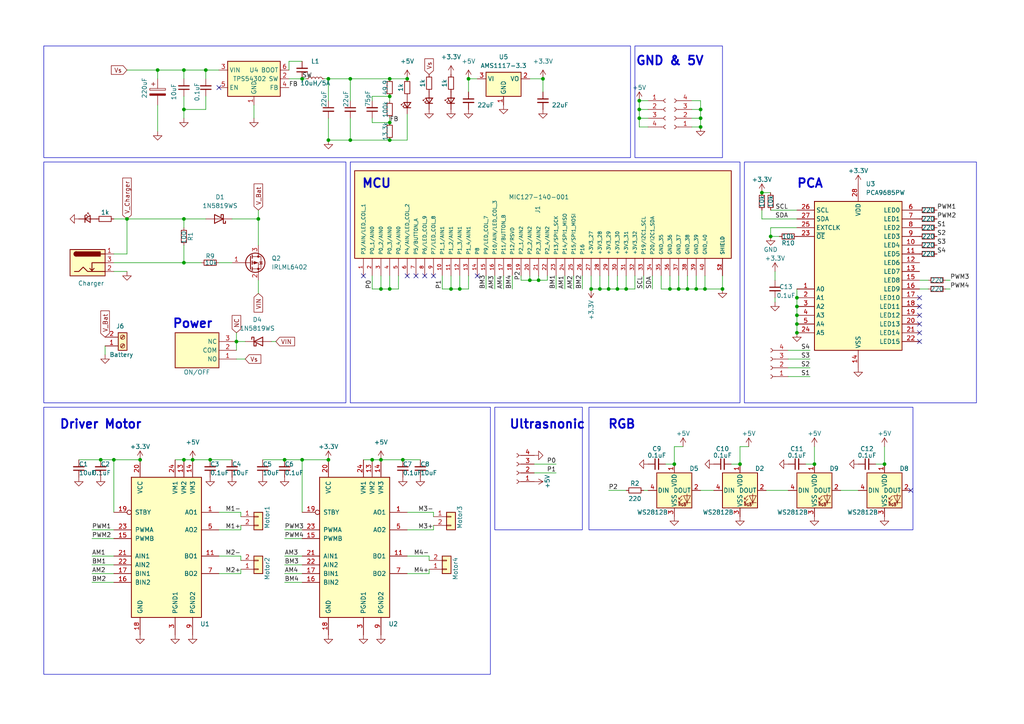
<source format=kicad_sch>
(kicad_sch (version 20231120) (generator "eeschema") (generator_version "8.0")
  (paper "A4")
  (junction (at 203.2 34.29))
  (junction (at 201.93 83.82))
  (junction (at 181.61 83.82))
  (junction (at 214.63 134.62))
  (junction (at 196.85 83.82))
  (junction (at 231.14 91.44))
  (junction (at 176.53 83.82))
  (junction (at 185.42 29.21))
  (junction (at 107.95 133.35))
  (junction (at 185.42 34.29))
  (junction (at 53.34 76.2))
  (junction (at 40.64 133.35))
  (junction (at 101.6 22.86))
  (junction (at 29.21 133.35))
  (junction (at 173.99 83.82))
  (junction (at 95.25 133.35))
  (junction (at 185.42 31.75))
  (junction (at 45.72 20.32))
  (junction (at 231.14 93.98))
  (junction (at 60.96 133.35))
  (junction (at 68.58 99.06))
  (junction (at 231.14 86.36))
  (junction (at 157.48 22.86))
  (junction (at 53.34 31.75))
  (junction (at 204.47 83.82))
  (junction (at 256.54 134.62))
  (junction (at 55.88 133.35))
  (junction (at 87.63 133.35))
  (junction (at 82.55 133.35))
  (junction (at 53.34 63.5))
  (junction (at 33.02 133.35))
  (junction (at 231.14 88.9))
  (junction (at 133.35 83.82))
  (junction (at 59.69 20.32))
  (junction (at 113.03 83.82))
  (junction (at 194.31 83.82))
  (junction (at 113.03 40.64))
  (junction (at 179.07 83.82))
  (junction (at 95.25 40.64))
  (junction (at 110.49 133.35))
  (junction (at 95.25 22.86))
  (junction (at 118.11 22.86))
  (junction (at 220.98 55.88))
  (junction (at 199.39 83.82))
  (junction (at 156.21 81.28))
  (junction (at 110.49 83.82))
  (junction (at 101.6 40.64))
  (junction (at 153.67 81.28))
  (junction (at 203.2 31.75))
  (junction (at 36.83 63.5))
  (junction (at 113.03 22.86))
  (junction (at 74.93 63.5))
  (junction (at 171.45 83.82))
  (junction (at 130.81 83.82))
  (junction (at 53.34 133.35))
  (junction (at 113.03 27.94))
  (junction (at 203.2 36.83))
  (junction (at 236.22 134.62))
  (junction (at 209.55 83.82))
  (junction (at 223.52 68.58))
  (junction (at 135.89 22.86))
  (junction (at 116.84 133.35))
  (junction (at 231.14 96.52))
  (junction (at 53.34 20.32))
  (junction (at 113.03 35.56))
  (junction (at 87.63 22.86))
  (junction (at 195.58 134.62))
  (no_connect (at 264.16 142.24))
  (no_connect (at 118.11 80.01))
  (no_connect (at 120.65 80.01))
  (no_connect (at 63.5 25.4))
  (no_connect (at 266.7 96.52))
  (no_connect (at 105.41 80.01))
  (no_connect (at 266.7 93.98))
  (no_connect (at 125.73 80.01))
  (no_connect (at 266.7 88.9))
  (no_connect (at 266.7 86.36))
  (no_connect (at 138.43 80.01))
  (no_connect (at 266.7 99.06))
  (no_connect (at 123.19 80.01))
  (no_connect (at 266.7 91.44))
  (wire (pts (xy 87.63 133.35) (xy 95.25 133.35)))
  (wire (pts (xy 161.29 80.01) (xy 161.29 83.82)))
  (wire (pts (xy 87.63 133.35) (xy 87.63 148.59)))
  (wire (pts (xy 33.02 76.2) (xy 53.34 76.2)))
  (wire (pts (xy 107.95 35.56) (xy 113.03 35.56)))
  (wire (pts (xy 53.34 133.35) (xy 55.88 133.35)))
  (wire (pts (xy 184.15 80.01) (xy 184.15 83.82)))
  (wire (pts (xy 220.98 55.88) (xy 223.52 55.88)))
  (wire (pts (xy 187.96 29.21) (xy 185.42 29.21)))
  (wire (pts (xy 26.67 166.37) (xy 33.02 166.37)))
  (wire (pts (xy 228.6 142.24) (xy 222.25 142.24)))
  (wire (pts (xy 68.58 104.14) (xy 71.12 104.14)))
  (wire (pts (xy 133.35 83.82) (xy 133.35 80.01)))
  (wire (pts (xy 223.52 68.58) (xy 226.06 68.58)))
  (wire (pts (xy 204.47 83.82) (xy 204.47 80.01)))
  (wire (pts (xy 26.67 168.91) (xy 33.02 168.91)))
  (wire (pts (xy 275.59 81.28) (xy 274.32 81.28)))
  (wire (pts (xy 133.35 83.82) (xy 130.81 83.82)))
  (wire (pts (xy 113.03 34.29) (xy 113.03 35.56)))
  (wire (pts (xy 83.82 17.78) (xy 87.63 17.78)))
  (wire (pts (xy 118.11 33.02) (xy 118.11 40.64)))
  (wire (pts (xy 200.66 36.83) (xy 203.2 36.83)))
  (wire (pts (xy 36.83 73.66) (xy 33.02 73.66)))
  (wire (pts (xy 171.45 80.01) (xy 171.45 83.82)))
  (wire (pts (xy 163.83 80.01) (xy 163.83 83.82)))
  (wire (pts (xy 115.57 83.82) (xy 113.03 83.82)))
  (wire (pts (xy 59.69 20.32) (xy 63.5 20.32)))
  (wire (pts (xy 113.03 83.82) (xy 110.49 83.82)))
  (wire (pts (xy 199.39 83.82) (xy 199.39 80.01)))
  (wire (pts (xy 185.42 34.29) (xy 187.96 34.29)))
  (wire (pts (xy 107.95 29.21) (xy 107.95 27.94)))
  (wire (pts (xy 212.09 134.62) (xy 214.63 134.62)))
  (wire (pts (xy 254 134.62) (xy 256.54 134.62)))
  (wire (pts (xy 95.25 22.86) (xy 101.6 22.86)))
  (wire (pts (xy 113.03 22.86) (xy 118.11 22.86)))
  (wire (pts (xy 53.34 63.5) (xy 59.69 63.5)))
  (wire (pts (xy 185.42 29.21) (xy 185.42 31.75)))
  (wire (pts (xy 275.59 83.82) (xy 274.32 83.82)))
  (wire (pts (xy 59.69 27.94) (xy 59.69 31.75)))
  (wire (pts (xy 74.93 81.28) (xy 74.93 85.09)))
  (wire (pts (xy 101.6 22.86) (xy 113.03 22.86)))
  (wire (pts (xy 107.95 35.56) (xy 107.95 34.29)))
  (wire (pts (xy 223.52 68.58) (xy 223.52 66.04)))
  (wire (pts (xy 82.55 163.83) (xy 87.63 163.83)))
  (wire (pts (xy 69.85 149.86) (xy 69.85 148.59)))
  (wire (pts (xy 161.29 137.16) (xy 154.94 137.16)))
  (wire (pts (xy 196.85 83.82) (xy 196.85 80.01)))
  (wire (pts (xy 55.88 133.35) (xy 60.96 133.35)))
  (wire (pts (xy 166.37 80.01) (xy 166.37 83.82)))
  (wire (pts (xy 191.77 83.82) (xy 194.31 83.82)))
  (wire (pts (xy 200.66 29.21) (xy 203.2 29.21)))
  (wire (pts (xy 110.49 133.35) (xy 116.84 133.35)))
  (wire (pts (xy 125.73 152.4) (xy 125.73 153.67)))
  (wire (pts (xy 95.25 22.86) (xy 93.98 22.86)))
  (wire (pts (xy 185.42 36.83) (xy 187.96 36.83)))
  (wire (pts (xy 26.67 156.21) (xy 33.02 156.21)))
  (wire (pts (xy 73.66 34.29) (xy 73.66 30.48)))
  (wire (pts (xy 158.75 80.01) (xy 158.75 81.28)))
  (wire (pts (xy 101.6 29.21) (xy 101.6 22.86)))
  (wire (pts (xy 214.63 129.54) (xy 217.17 129.54)))
  (wire (pts (xy 63.5 153.67) (xy 69.85 153.67)))
  (wire (pts (xy 107.95 83.82) (xy 107.95 80.01)))
  (wire (pts (xy 53.34 63.5) (xy 53.34 66.04)))
  (wire (pts (xy 140.97 83.82) (xy 140.97 80.01)))
  (wire (pts (xy 59.69 22.86) (xy 59.69 20.32)))
  (wire (pts (xy 204.47 83.82) (xy 209.55 83.82)))
  (wire (pts (xy 201.93 83.82) (xy 204.47 83.82)))
  (wire (pts (xy 220.98 63.5) (xy 231.14 63.5)))
  (wire (pts (xy 67.31 63.5) (xy 74.93 63.5)))
  (wire (pts (xy 203.2 31.75) (xy 203.2 29.21)))
  (wire (pts (xy 33.02 133.35) (xy 33.02 148.59)))
  (wire (pts (xy 26.67 163.83) (xy 33.02 163.83)))
  (wire (pts (xy 233.68 134.62) (xy 236.22 134.62)))
  (wire (pts (xy 231.14 88.9) (xy 231.14 91.44)))
  (wire (pts (xy 95.25 34.29) (xy 95.25 40.64)))
  (wire (pts (xy 153.67 81.28) (xy 151.13 81.28)))
  (wire (pts (xy 83.82 20.32) (xy 83.82 17.78)))
  (wire (pts (xy 74.93 60.96) (xy 74.93 63.5)))
  (wire (pts (xy 125.73 148.59) (xy 118.11 148.59)))
  (wire (pts (xy 191.77 80.01) (xy 191.77 83.82)))
  (wire (pts (xy 184.15 83.82) (xy 181.61 83.82)))
  (wire (pts (xy 82.55 153.67) (xy 87.63 153.67)))
  (wire (pts (xy 196.85 83.82) (xy 199.39 83.82)))
  (wire (pts (xy 82.55 133.35) (xy 87.63 133.35)))
  (wire (pts (xy 231.14 86.36) (xy 231.14 88.9)))
  (wire (pts (xy 82.55 168.91) (xy 87.63 168.91)))
  (wire (pts (xy 189.23 83.82) (xy 189.23 80.01)))
  (wire (pts (xy 113.03 40.64) (xy 118.11 40.64)))
  (wire (pts (xy 243.84 142.24) (xy 248.92 142.24)))
  (wire (pts (xy 203.2 36.83) (xy 203.2 34.29)))
  (wire (pts (xy 68.58 96.52) (xy 68.58 99.06)))
  (wire (pts (xy 36.83 78.74) (xy 33.02 78.74)))
  (wire (pts (xy 53.34 20.32) (xy 59.69 20.32)))
  (wire (pts (xy 69.85 152.4) (xy 69.85 153.67)))
  (wire (pts (xy 173.99 83.82) (xy 171.45 83.82)))
  (wire (pts (xy 26.67 153.67) (xy 33.02 153.67)))
  (wire (pts (xy 156.21 81.28) (xy 156.21 80.01)))
  (wire (pts (xy 87.63 22.86) (xy 83.82 22.86)))
  (wire (pts (xy 53.34 71.12) (xy 53.34 76.2)))
  (wire (pts (xy 130.81 83.82) (xy 128.27 83.82)))
  (wire (pts (xy 69.85 165.1) (xy 69.85 166.37)))
  (wire (pts (xy 118.11 161.29) (xy 124.46 161.29)))
  (wire (pts (xy 220.98 60.96) (xy 220.98 63.5)))
  (wire (pts (xy 214.63 129.54) (xy 214.63 134.62)))
  (wire (pts (xy 231.14 93.98) (xy 231.14 96.52)))
  (wire (pts (xy 45.72 20.32) (xy 45.72 22.86)))
  (wire (pts (xy 53.34 31.75) (xy 59.69 31.75)))
  (wire (pts (xy 231.14 66.04) (xy 223.52 66.04)))
  (wire (pts (xy 88.9 22.86) (xy 87.63 22.86)))
  (wire (pts (xy 36.83 20.32) (xy 45.72 20.32)))
  (wire (pts (xy 26.67 161.29) (xy 33.02 161.29)))
  (wire (pts (xy 125.73 153.67) (xy 118.11 153.67)))
  (wire (pts (xy 269.24 83.82) (xy 266.7 83.82)))
  (wire (pts (xy 76.2 133.35) (xy 82.55 133.35)))
  (wire (pts (xy 199.39 83.82) (xy 201.93 83.82)))
  (wire (pts (xy 185.42 31.75) (xy 185.42 34.29)))
  (wire (pts (xy 148.59 80.01) (xy 148.59 83.82)))
  (wire (pts (xy 146.05 83.82) (xy 146.05 80.01)))
  (wire (pts (xy 74.93 63.5) (xy 74.93 71.12)))
  (wire (pts (xy 151.13 81.28) (xy 151.13 80.01)))
  (wire (pts (xy 201.93 83.82) (xy 201.93 80.01)))
  (wire (pts (xy 185.42 34.29) (xy 185.42 36.83)))
  (wire (pts (xy 224.79 78.74) (xy 224.79 81.28)))
  (wire (pts (xy 173.99 83.82) (xy 173.99 80.01)))
  (wire (pts (xy 68.58 99.06) (xy 68.58 101.6)))
  (wire (pts (xy 53.34 22.86) (xy 53.34 20.32)))
  (wire (pts (xy 124.46 161.29) (xy 124.46 162.56)))
  (wire (pts (xy 82.55 156.21) (xy 87.63 156.21)))
  (wire (pts (xy 124.46 165.1) (xy 124.46 166.37)))
  (wire (pts (xy 195.58 129.54) (xy 195.58 134.62)))
  (wire (pts (xy 231.14 91.44) (xy 231.14 93.98)))
  (wire (pts (xy 234.95 109.22) (xy 228.6 109.22)))
  (wire (pts (xy 115.57 80.01) (xy 115.57 83.82)))
  (wire (pts (xy 101.6 34.29) (xy 101.6 40.64)))
  (wire (pts (xy 269.24 81.28) (xy 266.7 81.28)))
  (wire (pts (xy 176.53 83.82) (xy 176.53 80.01)))
  (wire (pts (xy 176.53 142.24) (xy 181.61 142.24)))
  (wire (pts (xy 69.85 161.29) (xy 69.85 162.56)))
  (wire (pts (xy 36.83 73.66) (xy 36.83 63.5)))
  (wire (pts (xy 50.8 133.35) (xy 53.34 133.35)))
  (wire (pts (xy 186.69 83.82) (xy 186.69 80.01)))
  (wire (pts (xy 194.31 83.82) (xy 194.31 80.01)))
  (wire (pts (xy 157.48 26.67) (xy 157.48 22.86)))
  (wire (pts (xy 234.95 101.6) (xy 228.6 101.6)))
  (wire (pts (xy 53.34 34.29) (xy 53.34 31.75)))
  (wire (pts (xy 63.5 76.2) (xy 67.31 76.2)))
  (wire (pts (xy 63.5 148.59) (xy 69.85 148.59)))
  (wire (pts (xy 135.89 22.86) (xy 135.89 26.67)))
  (wire (pts (xy 161.29 134.62) (xy 154.94 134.62)))
  (wire (pts (xy 234.95 106.68) (xy 228.6 106.68)))
  (wire (pts (xy 45.72 30.48) (xy 45.72 38.1)))
  (wire (pts (xy 186.69 142.24) (xy 187.96 142.24)))
  (wire (pts (xy 33.02 63.5) (xy 36.83 63.5)))
  (wire (pts (xy 82.55 166.37) (xy 87.63 166.37)))
  (wire (pts (xy 179.07 83.82) (xy 176.53 83.82)))
  (wire (pts (xy 223.52 60.96) (xy 231.14 60.96)))
  (wire (pts (xy 29.21 133.35) (xy 33.02 133.35)))
  (wire (pts (xy 53.34 31.75) (xy 53.34 27.94)))
  (wire (pts (xy 113.03 83.82) (xy 113.03 80.01)))
  (wire (pts (xy 158.75 81.28) (xy 156.21 81.28)))
  (wire (pts (xy 95.25 22.86) (xy 95.25 29.21)))
  (wire (pts (xy 135.89 80.01) (xy 135.89 83.82)))
  (wire (pts (xy 113.03 29.21) (xy 113.03 27.94)))
  (wire (pts (xy 107.95 133.35) (xy 110.49 133.35)))
  (wire (pts (xy 105.41 133.35) (xy 107.95 133.35)))
  (wire (pts (xy 135.89 22.86) (xy 138.43 22.86)))
  (wire (pts (xy 231.14 83.82) (xy 231.14 86.36)))
  (wire (pts (xy 195.58 129.54) (xy 198.12 129.54)))
  (wire (pts (xy 116.84 133.35) (xy 121.92 133.35)))
  (wire (pts (xy 176.53 83.82) (xy 173.99 83.82)))
  (wire (pts (xy 256.54 129.54) (xy 256.54 134.62)))
  (wire (pts (xy 82.55 161.29) (xy 87.63 161.29)))
  (wire (pts (xy 69.85 161.29) (xy 63.5 161.29)))
  (wire (pts (xy 95.25 40.64) (xy 101.6 40.64)))
  (wire (pts (xy 124.46 166.37) (xy 118.11 166.37)))
  (wire (pts (xy 194.31 83.82) (xy 196.85 83.82)))
  (wire (pts (xy 110.49 83.82) (xy 107.95 83.82)))
  (wire (pts (xy 157.48 22.86) (xy 153.67 22.86)))
  (wire (pts (xy 193.04 134.62) (xy 195.58 134.62)))
  (wire (pts (xy 101.6 40.64) (xy 113.03 40.64)))
  (wire (pts (xy 60.96 133.35) (xy 67.31 133.35)))
  (wire (pts (xy 30.48 100.33) (xy 30.48 102.87)))
  (wire (pts (xy 107.95 27.94) (xy 113.03 27.94)))
  (wire (pts (xy 22.86 133.35) (xy 29.21 133.35)))
  (wire (pts (xy 33.02 133.35) (xy 40.64 133.35)))
  (wire (pts (xy 200.66 34.29) (xy 203.2 34.29)))
  (wire (pts (xy 128.27 83.82) (xy 128.27 80.01)))
  (wire (pts (xy 110.49 83.82) (xy 110.49 80.01)))
  (wire (pts (xy 181.61 83.82) (xy 179.07 83.82)))
  (wire (pts (xy 53.34 76.2) (xy 58.42 76.2)))
  (wire (pts (xy 209.55 83.82) (xy 209.55 80.01)))
  (wire (pts (xy 236.22 129.54) (xy 236.22 134.62)))
  (wire (pts (xy 168.91 80.01) (xy 168.91 83.82)))
  (wire (pts (xy 135.89 83.82) (xy 133.35 83.82)))
  (wire (pts (xy 125.73 148.59) (xy 125.73 149.86)))
  (wire (pts (xy 78.74 99.06) (xy 80.01 99.06)))
  (wire (pts (xy 224.79 87.63) (xy 224.79 86.36)))
  (wire (pts (xy 69.85 166.37) (xy 63.5 166.37)))
  (wire (pts (xy 71.12 99.06) (xy 68.58 99.06)))
  (wire (pts (xy 153.67 81.28) (xy 153.67 80.01)))
  (wire (pts (xy 156.21 81.28) (xy 153.67 81.28)))
  (wire (pts (xy 185.42 31.75) (xy 187.96 31.75)))
  (wire (pts (xy 130.81 83.82) (xy 130.81 80.01)))
  (wire (pts (xy 234.95 104.14) (xy 228.6 104.14)))
  (wire (pts (xy 36.83 63.5) (xy 53.34 63.5)))
  (wire (pts (xy 200.66 31.75) (xy 203.2 31.75)))
  (wire (pts (xy 143.51 83.82) (xy 143.51 80.01)))
  (wire (pts (xy 203.2 34.29) (xy 203.2 31.75)))
  (wire (pts (xy 179.07 83.82) (xy 179.07 80.01)))
  (wire (pts (xy 181.61 83.82) (xy 181.61 80.01)))
  (wire (pts (xy 45.72 20.32) (xy 53.34 20.32)))
  (wire (pts (xy 207.01 142.24) (xy 203.2 142.24)))
  (rectangle (start 101.6 46.99) (end 214.63 116.84))
  (rectangle (start 12.7 118.11) (end 142.24 195.58))
  (rectangle (start 215.9 46.99) (end 283.21 116.84))
  (rectangle (start 170.815 118.11) (end 264.795 153.67))
  (rectangle (start 184.15 13.335) (end 209.55 45.72))
  (rectangle (start 143.51 118.11) (end 168.91 153.67))
  (rectangle (start 12.7 46.99) (end 100.33 116.84))
  (rectangle (start 12.7 13.335) (end 182.88 45.72))
  (text "MCU" (at 109.22 53.34 0) (effects (font (size 2.54 2.54) (thickness 0.508) (bold yes))))
  (text "Power" (at 55.88 93.98 0) (effects (font (size 2.54 2.54) (thickness 0.508) (bold yes))))
  (text "Ultrasnonic" (at 158.75 123.19 0) (effects (font (size 2.54 2.54) (thickness 0.508) (bold yes))))
  (text "RGB" (at 180.34 123.19 0) (effects (font (size 2.54 2.54) (thickness 0.508) (bold yes))))
  (text "Driver Motor" (at 29.21 123.19 0) (effects (font (size 2.54 2.54) (thickness 0.508) (bold yes))))
  (text "PCA" (at 234.95 53.34 0) (effects (font (size 2.54 2.54) (thickness 0.508) (bold yes))))
  (text "GND & 5V" (at 194.31 17.78 0) (effects (font (size 2.54 2.54) (thickness 0.508) (bold yes))))
  (label "AM1" (at 26.67 161.29 0))
  (label "S3" (at 234.95 104.14 180))
  (label "M2+" (at 69.85 166.37 180))
  (label "PWM3" (at 82.55 153.67 0))
  (label "SDA" (at 228.6 63.5 180))
  (label "P1" (at 161.29 137.16 180))
  (label "BM1" (at 161.29 83.82 90))
  (label "FB" (at 113.03 35.56 0))
  (label "BM1" (at 26.67 163.83 0))
  (label "P2" (at 176.53 142.24 0))
  (label "S4" (at 234.95 101.6 180))
  (label "SDA" (at 189.23 83.82 90))
  (label "PWM2" (at 271.78 63.5 0))
  (label "SCL" (at 228.6 60.96 180))
  (label "M3+" (at 125.73 153.67 180))
  (label "AM3" (at 143.51 83.82 90))
  (label "M1-" (at 69.85 148.59 180))
  (label "PWM2" (at 26.67 156.21 0))
  (label "PWM4" (at 82.55 156.21 0))
  (label "BM2" (at 168.91 83.82 90))
  (label "P2" (at 151.13 81.28 90))
  (label "S4" (at 271.78 73.66 0))
  (label "FB" (at 83.82 25.4 0))
  (label "AM4" (at 146.05 83.82 90))
  (label "PWM3" (at 275.59 81.28 0))
  (label "AM1" (at 163.83 83.82 90))
  (label "AM4" (at 82.55 166.37 0))
  (label "BM4" (at 148.59 83.82 90))
  (label "M1+" (at 69.85 153.67 180))
  (label "PWM1" (at 26.67 153.67 0))
  (label "S2" (at 271.78 68.58 0))
  (label "BM3" (at 140.97 83.82 90))
  (label "AM3" (at 82.55 161.29 0))
  (label "SW" (at 87.63 22.86 0))
  (label "AM2" (at 26.67 166.37 0))
  (label "P1" (at 128.27 83.82 90))
  (label "PWM4" (at 275.59 83.82 0))
  (label "SCL" (at 186.69 83.82 90))
  (label "M2-" (at 69.85 161.29 180))
  (label "BM4" (at 82.55 168.91 0))
  (label "M4-" (at 124.46 161.29 180))
  (label "PWM1" (at 271.78 60.96 0))
  (label "S2" (at 234.95 106.68 180))
  (label "BM2" (at 26.67 168.91 0))
  (label "P0" (at 107.95 83.82 90))
  (label "S3" (at 271.78 71.12 0))
  (label "S1" (at 271.78 66.04 0))
  (label "AM2" (at 166.37 83.82 90))
  (label "S1" (at 234.95 109.22 180))
  (label "M4+" (at 124.46 166.37 180))
  (label "BM3" (at 82.55 163.83 0))
  (label "M3-" (at 125.73 148.59 180))
  (label "P0" (at 161.29 134.62 180))
  (global_label "VIN" (shape input) (at 80.01 99.06 0) (property "Intersheetrefs" "${INTERSHEET_REFS}" (effects (hide yes))))
  (global_label "V_Bat" (shape input) (at 30.48 97.79 90) (property "Intersheetrefs" "${INTERSHEET_REFS}" (effects (hide yes))))
  (global_label "V_Charger" (shape input) (at 36.83 63.5 90) (property "Intersheetrefs" "${INTERSHEET_REFS}" (effects (hide yes))))
  (global_label "VIN" (shape input) (at 74.93 85.09 270) (property "Intersheetrefs" "${INTERSHEET_REFS}" (effects (hide yes))))
  (global_label "V_Bat" (shape input) (at 74.93 60.96 90) (property "Intersheetrefs" "${INTERSHEET_REFS}" (effects (hide yes))))
  (global_label "Vs" (shape input) (at 71.12 104.14 0) (property "Intersheetrefs" "${INTERSHEET_REFS}" (effects (hide yes))))
  (global_label "Vs" (shape input) (at 124.46 21.59 90) (property "Intersheetrefs" "${INTERSHEET_REFS}" (effects (hide yes))))
  (global_label "NC" (shape input) (at 68.58 96.52 90) (property "Intersheetrefs" "${INTERSHEET_REFS}" (effects (hide yes))))
  (global_label "Vs" (shape input) (at 36.83 20.32 180) (property "Intersheetrefs" "${INTERSHEET_REFS}" (effects (hide yes))))
  (symbol (lib_id "Device:R_Small") (at 30.48 63.5 90) (unit 1)
    (property "Reference" "R17" (effects (hide yes)))
    (property "Value" "1k" (at 30.48 61.595 90))
    (property "Footprint" "Resistor_SMD:R_0603_1608Metric" (effects (hide yes)))
  )
  (symbol (lib_id "power:GND") (at 157.48 31.75 0) (unit 1)
    (property "Reference" "#PWR054" (effects (hide yes)))
    (property "Value" "GND" (effects (hide yes)))
  )
  (symbol (lib_id "power:GND") (at 224.79 87.63 0) (unit 1)
    (property "Reference" "#PWR040" (effects (hide yes)))
    (property "Value" "GND" (effects (hide yes)))
  )
  (symbol (lib_id "power:+3.3V") (at 220.98 55.88 0) (unit 1)
    (property "Reference" "#PWR044" (effects (hide yes)))
    (property "Value" "+3.3V" (at 220.98 52.07 0))
  )
  (symbol (lib_id "Device:R_Small") (at 130.81 24.13 180) (unit 1)
    (property "Reference" "R30" (effects (hide yes)))
    (property "Value" "1k" (at 128.905 24.13 90))
    (property "Footprint" "Resistor_SMD:R_0603_1608Metric" (effects (hide yes)))
  )
  (symbol (lib_id "Diode:1N5819WS") (at 63.5 63.5 180) (unit 1)
    (property "Reference" "D1" (at 63.8175 57.15 0))
    (property "Value" "1N5819WS" (at 63.8175 59.69 0))
    (property "Footprint" "Diode_SMD:D_SOD-323" (effects (hide yes)))
    (property "Datasheet" "https://datasheet.lcsc.com/lcsc/2204281430_Guangdong-Hottech-1N5819WS_C191023.pdf" (effects (hide yes)))
    (property "Description" "40V 600mV@1A 1A SOD-323 Schottky Barrier Diodes, SOD-323" (effects (hide yes)))
  )
  (symbol (lib_id "Device:R_Small") (at 53.34 68.58 180) (unit 1)
    (property "Reference" "R1" (at 55.245 68.58 90))
    (property "Value" "100" (at 53.34 68.834 90))
    (property "Footprint" "Resistor_SMD:R_0603_1608Metric" (effects (hide yes)))
  )
  (symbol (lib_id "power:GND") (at 45.72 38.1 0) (unit 1)
    (property "Reference" "#PWR029" (effects (hide yes)))
    (property "Value" "GND" (effects (hide yes)))
  )
  (symbol (lib_id "Device:R_Small") (at 269.24 73.66 270) (unit 1)
    (property "Reference" "R24" (effects (hide yes)))
    (property "Value" "220" (at 269.24 73.66 90))
    (property "Footprint" "Resistor_SMD:R_0603_1608Metric" (effects (hide yes)))
  )
  (symbol (lib_id "Device:LED_Small") (at 124.46 29.21 90) (unit 1)
    (property "Reference" "D11" (effects (hide yes)))
    (property "Value" "LED_PWR" (effects (hide yes)))
    (property "Footprint" "LED_SMD:LED_0603_1608Metric" (effects (hide yes)))
  )
  (symbol (lib_id "power:GND") (at 30.48 102.87 0) (unit 1)
    (property "Reference" "#PWR025" (effects (hide yes)))
    (property "Value" "GND" (effects (hide yes)))
  )
  (symbol (lib_id "Transistor_FET:IRLML6402") (at 72.39 76.2 0) (unit 1)
    (property "Reference" "Q2" (at 78.74 74.9299 0) (effects (justify left)))
    (property "Value" "IRLML6402" (at 78.74 77.4699 0) (effects (justify left)))
    (property "Footprint" "Package_TO_SOT_SMD:SOT-23" (effects (hide yes)))
    (property "Datasheet" "https://www.infineon.com/dgdl/irlml6402pbf.pdf?fileId=5546d462533600a401535668d5c2263c" (effects (hide yes)))
    (property "Description" "-3.7A Id, -20V Vds, 65mOhm Rds, P-Channel HEXFET Power MOSFET, SOT-23" (effects (hide yes)))
  )
  (symbol (lib_id "power:+3.3V") (at 224.79 78.74 0) (unit 1)
    (property "Reference" "#PWR039" (effects (hide yes)))
    (property "Value" "+3.3V" (at 224.79 74.93 0))
  )
  (symbol (lib_id "power:GND") (at 248.92 134.62 270) (unit 1)
    (property "Reference" "#PWR033" (effects (hide yes)))
    (property "Value" "GND" (effects (hide yes)))
  )
  (symbol (lib_id "Device:L_Small") (at 91.44 22.86 90) (unit 1)
    (property "Reference" "L1" (at 91.44 17.78 90))
    (property "Value" "10uH/5A" (at 91.44 24.13 90))
    (property "Footprint" "Inductor:IND_ASPI0630HI100M" (effects (hide yes)))
  )
  (symbol (lib_id "power:GND") (at 95.25 184.15 0) (unit 1)
    (property "Reference" "#PWR015" (effects (hide yes)))
    (property "Value" "GND" (effects (hide yes)))
  )
  (symbol (lib_id "Connector:Conn_01x04_Socket") (at 149.86 137.16 180) (unit 1)
    (property "Reference" "J10" (effects (hide yes)))
    (property "Value" "Conn_01x04_Socket" (effects (hide yes)))
    (property "Footprint" "Connector_JST:JST_XH_S4B-XH-A-1_1x04_P2.50mm_Horizontal" (effects (hide yes)))
  )
  (symbol (lib_id "Device:C_Small") (at 87.63 20.32 180) (unit 1)
    (property "Reference" "C17" (effects (hide yes)))
    (property "Value" "100n" (effects (hide yes)))
    (property "Footprint" "Capacitor_SMD:C_0603_1608Metric" (effects (hide yes)))
  )
  (symbol (lib_id "power:GND") (at 236.22 149.86 0) (unit 1)
    (property "Reference" "#PWR032" (effects (hide yes)))
    (property "Value" "GND" (effects (hide yes)))
  )
  (symbol (lib_id "power:GND") (at 248.92 106.68 0) (unit 1)
    (property "Reference" "#PWR045" (effects (hide yes)))
    (property "Value" "GND" (effects (hide yes)))
  )
  (symbol (lib_id "power:GND") (at 40.64 184.15 0) (unit 1)
    (property "Reference" "#PWR06" (effects (hide yes)))
    (property "Value" "GND" (effects (hide yes)))
  )
  (symbol (lib_id "Device:C_Small") (at 82.55 135.89 180) (unit 1)
    (property "Reference" "C6" (at 82.55 134.62 0) (effects (justify right)))
    (property "Value" "0.1uF" (at 82.55 137.16 0) (effects (justify right)))
    (property "Footprint" "Capacitor_SMD:C_0603_1608Metric" (effects (hide yes)))
  )
  (symbol (lib_id "power:+3.3V") (at 95.25 133.35 0) (unit 1)
    (property "Reference" "#PWR016" (effects (hide yes)))
    (property "Value" "+3.3V" (at 95.25 129.54 0))
  )
  (symbol (lib_id "Device:LED_Small") (at 118.11 30.48 90) (unit 1)
    (property "Reference" "D3" (effects (hide yes)))
    (property "Value" "LED_PWR" (effects (hide yes)))
    (property "Footprint" "LED_SMD:LED_0603_1608Metric" (effects (hide yes)))
  )
  (symbol (lib_id "power:GND") (at 195.58 149.86 0) (unit 1)
    (property "Reference" "#PWR024" (effects (hide yes)))
    (property "Value" "GND" (effects (hide yes)))
  )
  (symbol (lib_id "MCB:MIC127-140-001") (at 156.21 62.23 90) (unit 1)
    (property "Reference" "J1" (at 155.956 61.976 0) (effects (justify left)))
    (property "Value" "MIC127-140-001" (at 165.1 57.15 90) (effects (justify left)))
    (property "Footprint" "MCB:DONGGUAN_MIC127-140-001" (effects (hide yes)))
    (property "MF" "Dongguan Liyang electronics" (effects (hide yes)))
    (property "MAXIMUM_PACKAGE_HEIGHT" "10.3mm" (effects (hide yes)))
    (property "Package" "Package" (effects (hide yes)))
    (property "Price" "None" (effects (hide yes)))
    (property "Check_prices" "https://www.snapeda.com/parts/MIC127-140-001/Dongguan+Liyang+electronics/view-part/?ref=eda" (effects (hide yes)))
    (property "STANDARD" "Manufacturer Recommendations" (effects (hide yes)))
    (property "PARTREV" "A" (effects (hide yes)))
    (property "SnapEDA_Link" "https://www.snapeda.com/parts/MIC127-140-001/Dongguan+Liyang+electronics/view-part/?ref=snap" (effects (hide yes)))
    (property "MP" "MIC127-140-001" (effects (hide yes)))
    (property "Description_1" "\nMicro Bit-connector_40p 90 - Black\n" (effects (hide yes)))
    (property "Availability" "Not in stock" (effects (hide yes)))
    (property "MANUFACTURER" "Dongguan" (effects (hide yes)))
  )
  (symbol (lib_id "power:GND") (at 135.89 31.75 0) (unit 1)
    (property "Reference" "#PWR051" (effects (hide yes)))
    (property "Value" "GND" (effects (hide yes)))
  )
  (symbol (lib_id "Device:R_Small") (at 124.46 24.13 180) (unit 1)
    (property "Reference" "R29" (effects (hide yes)))
    (property "Value" "1k" (at 122.555 24.13 90))
    (property "Footprint" "Resistor_SMD:R_0603_1608Metric" (effects (hide yes)))
  )
  (symbol (lib_id "Device:R_Small") (at 269.24 71.12 270) (unit 1)
    (property "Reference" "R23" (effects (hide yes)))
    (property "Value" "220" (at 269.24 71.12 90))
    (property "Footprint" "Resistor_SMD:R_0603_1608Metric" (effects (hide yes)))
  )
  (symbol (lib_id "Device:C_Small") (at 231.14 134.62 90) (unit 1)
    (property "Reference" "C11" (at 231.14 130.175 90))
    (property "Value" "0.1uF" (at 231.14 132.08 90))
    (property "Footprint" "Capacitor_SMD:C_0603_1608Metric" (effects (hide yes)))
  )
  (symbol (lib_id "Connector:Barrel_Jack_Switch") (at 25.4 76.2 0) (unit 1)
    (property "Reference" "J11" (effects (hide yes)))
    (property "Value" "Charger" (at 26.416 82.169 0))
    (property "Footprint" "Connector_BarrelJack:BarrelJack_Horizontal" (effects (hide yes)))
  )
  (symbol (lib_id "Connector_Generic:Conn_01x02") (at 74.93 149.86 0) (unit 1)
    (property "Reference" "J2" (effects (hide yes)))
    (property "Value" "Motor1" (at 77.47 146.685 90) (effects (justify right)))
    (property "Footprint" "Connector_JST:JST_XH_S2B-XH-A_1x02_P2.50mm_Horizontal" (effects (hide yes)))
  )
  (symbol (lib_id "Device:C_Small") (at 59.69 25.4 180) (unit 1)
    (property "Reference" "C16" (effects (hide yes)))
    (property "Value" "0.1uF" (at 57.15 26.67 90))
    (property "Footprint" "Capacitor_SMD:C_0603_1608Metric" (effects (hide yes)))
  )
  (symbol (lib_id "Device:C_Polarized") (at 45.72 26.67 0) (unit 1)
    (property "Reference" "C14" (effects (hide yes)))
    (property "Value" "220uF" (at 41.91 28.575 90) (effects (justify left)))
    (property "Footprint" "Capacitor_SMD:CP_Elec_6.3x7.7" (effects (hide yes)))
  )
  (symbol (lib_id "power:GND") (at 154.94 132.08 90) (unit 1)
    (property "Reference" "#PWR060" (effects (hide yes)))
    (property "Value" "GND" (effects (hide yes)))
  )
  (symbol (lib_id "Device:LED_Small") (at 130.81 29.21 90) (unit 1)
    (property "Reference" "D12" (effects (hide yes)))
    (property "Value" "LED_PWR" (effects (hide yes)))
    (property "Footprint" "LED_SMD:LED_0603_1608Metric" (effects (hide yes)))
  )
  (symbol (lib_id "power:GND") (at 203.2 36.83 0) (unit 1)
    (property "Reference" "#PWR057" (effects (hide yes)))
    (property "Value" "GND" (effects (hide yes)))
  )
  (symbol (lib_id "power:GND") (at 214.63 149.86 0) (unit 1)
    (property "Reference" "#PWR028" (effects (hide yes)))
    (property "Value" "GND" (effects (hide yes)))
  )
  (symbol (lib_id "power:GND") (at 110.49 184.15 0) (unit 1)
    (property "Reference" "#PWR018" (effects (hide yes)))
    (property "Value" "GND" (effects (hide yes)))
  )
  (symbol (lib_id "Device:C_Small") (at 116.84 135.89 180) (unit 1)
    (property "Reference" "C7" (at 116.84 134.62 0) (effects (justify right)))
    (property "Value" "0.1uF" (at 116.84 137.16 0) (effects (justify right)))
    (property "Footprint" "Capacitor_SMD:C_0603_1608Metric" (effects (hide yes)))
  )
  (symbol (lib_id "power:+5V") (at 154.94 139.7 270) (unit 1)
    (property "Reference" "#PWR059" (effects (hide yes)))
    (property "Value" "+5V" (at 158.75 139.7 0))
  )
  (symbol (lib_id "power:+5V") (at 55.88 133.35 0) (unit 1)
    (property "Reference" "#PWR014" (effects (hide yes)))
    (property "Value" "+5V" (at 55.88 128.27 0))
  )
  (symbol (lib_id "Regulator_Switching:TPS54302") (at 73.66 22.86 0) (unit 1)
    (property "Reference" "U4" (at 73.66 20.32 0))
    (property "Value" "TPS54302" (at 72.39 22.86 0))
    (property "Footprint" "Package_TO_SOT_SMD:SOT-23-6" (effects (hide yes)))
    (property "Datasheet" "http://www.ti.com/lit/ds/symlink/tps54302.pdf" (effects (hide yes)))
  )
  (symbol (lib_id "power:GND") (at 73.66 34.29 0) (unit 1)
    (property "Reference" "#PWR047" (effects (hide yes)))
    (property "Value" "GND" (effects (hide yes)))
  )
  (symbol (lib_id "power:GND") (at 67.31 138.43 0) (unit 1)
    (property "Reference" "#PWR011" (effects (hide yes)))
    (property "Value" "GND" (effects (hide yes)))
  )
  (symbol (lib_id "power:+3.3V") (at 157.48 22.86 0) (unit 1)
    (property "Reference" "#PWR053" (effects (hide yes)))
    (property "Value" "+3.3V" (at 157.48 17.78 0))
  )
  (symbol (lib_id "Device:C_Small") (at 107.95 31.75 180) (unit 1)
    (property "Reference" "C20" (effects (hide yes)))
    (property "Value" "75pF" (at 106.68 28.575 90))
    (property "Footprint" "Capacitor_SMD:C_0603_1608Metric" (effects (hide yes)))
  )
  (symbol (lib_id "Driver_Motor:TB6612FNG") (at 48.26 158.75 0) (unit 1)
    (property "Reference" "U1" (at 58.0741 180.975 0) (effects (justify left)))
    (property "Value" "TB6612FNG" (effects (hide yes)))
    (property "Footprint" "Package_SO:SSOP-24_5.3x8.2mm_P0.65mm" (effects (hide yes)))
    (property "Datasheet" "https://toshiba.semicon-storage.com/us/product/linear/motordriver/detail.TB6612FNG.html" (effects (hide yes)))
  )
  (symbol (lib_id "Device:C_Small") (at 251.46 134.62 90) (unit 1)
    (property "Reference" "C12" (at 251.46 130.175 90))
    (property "Value" "0.1uF" (at 251.46 132.08 90))
    (property "Footprint" "Capacitor_SMD:C_0603_1608Metric" (effects (hide yes)))
  )
  (symbol (lib_id "Device:C_Small") (at 135.89 29.21 0) (unit 1)
    (property "Reference" "C21" (effects (hide yes)))
    (property "Value" "22uF" (at 138.43 30.4863 0) (effects (justify left)))
    (property "Footprint" "Capacitor_SMD:C_0603_1608Metric" (effects (hide yes)))
  )
  (symbol (lib_id "power:+5V") (at 110.49 133.35 0) (unit 1)
    (property "Reference" "#PWR07" (effects (hide yes)))
    (property "Value" "+5V" (at 110.49 128.27 0))
  )
  (symbol (lib_id "Device:C_Small") (at 95.25 31.75 0) (unit 1)
    (property "Reference" "C18" (effects (hide yes)))
    (property "Value" "22uF" (at 93.98 31.115 90) (effects (justify left)))
    (property "Footprint" "Capacitor_SMD:C_0603_1608Metric" (effects (hide yes)))
  )
  (symbol (lib_id "Device:R_Small") (at 228.6 68.58 90) (unit 1)
    (property "Reference" "R10" (at 228.6 70.485 90))
    (property "Value" "10k" (at 228.6 68.58 90))
    (property "Footprint" "Resistor_SMD:R_0603_1608Metric" (effects (hide yes)))
  )
  (symbol (lib_id "power:GND") (at 105.41 184.15 0) (unit 1)
    (property "Reference" "#PWR017" (effects (hide yes)))
    (property "Value" "GND" (effects (hide yes)))
  )
  (symbol (lib_id "Connector_Generic:Conn_01x02") (at 74.93 165.1 0) (mirror x) (unit 1)
    (property "Reference" "J3" (effects (hide yes)))
    (property "Value" "Motor2" (at 77.47 168.275 90) (effects (justify right)))
    (property "Footprint" "Connector_JST:JST_XH_S2B-XH-A_1x02_P2.50mm_Horizontal" (effects (hide yes)))
  )
  (symbol (lib_id "Device:C_Small") (at 224.79 83.82 0) (unit 1)
    (property "Reference" "C13" (at 227.965 83.185 0))
    (property "Value" "0.1uF" (at 227.965 85.725 0))
    (property "Footprint" "Capacitor_SMD:C_0603_1608Metric" (effects (hide yes)))
  )
  (symbol (lib_id "power:GND") (at 187.96 134.62 270) (unit 1)
    (property "Reference" "#PWR023" (effects (hide yes)))
    (property "Value" "GND" (effects (hide yes)))
  )
  (symbol (lib_id "Device:C_Small") (at 60.96 135.89 180) (unit 1)
    (property "Reference" "C3" (at 60.96 134.62 0) (effects (justify right)))
    (property "Value" "0.1uF" (at 60.96 137.16 0) (effects (justify right)))
    (property "Footprint" "Capacitor_SMD:C_0603_1608Metric" (effects (hide yes)))
  )
  (symbol (lib_id "power:GND") (at 95.25 40.64 0) (unit 1)
    (property "Reference" "#PWR048" (effects (hide yes)))
    (property "Value" "GND" (effects (hide yes)))
  )
  (symbol (lib_id "power:+5V") (at 135.89 22.86 0) (unit 1)
    (property "Reference" "#PWR027" (effects (hide yes)))
    (property "Value" "+5V" (at 135.89 17.78 0))
  )
  (symbol (lib_id "power:+5V") (at 185.42 29.21 0) (unit 1)
    (property "Reference" "#PWR058" (effects (hide yes)))
    (property "Value" "+5V" (at 185.42 25.4 0))
  )
  (symbol (lib_id "Device:C_Small") (at 190.5 134.62 90) (unit 1)
    (property "Reference" "C9" (at 190.5 130.175 90))
    (property "Value" "0.1uF" (at 190.5 132.08 90))
    (property "Footprint" "Capacitor_SMD:C_0603_1608Metric" (effects (hide yes)))
  )
  (symbol (lib_id "Regulator_Linear:AMS1117-3.3") (at 146.05 22.86 0) (unit 1)
    (property "Reference" "U5" (at 146.05 16.51 0))
    (property "Value" "AMS1117-3.3" (at 146.05 19.05 0))
    (property "Footprint" "Package_TO_SOT_SMD:SOT-223-3_TabPin2" (effects (hide yes)))
    (property "Datasheet" "http://www.advanced-monolithic.com/pdf/ds1117.pdf" (effects (hide yes)))
  )
  (symbol (lib_id "power:GND") (at 36.83 78.74 0) (unit 1)
    (property "Reference" "#PWR061" (effects (hide yes)))
    (property "Value" "GND" (effects (hide yes)))
  )
  (symbol (lib_id "Device:R_Small") (at 269.24 66.04 270) (unit 1)
    (property "Reference" "R15" (effects (hide yes)))
    (property "Value" "220" (at 269.24 66.04 90))
    (property "Footprint" "Resistor_SMD:R_0603_1608Metric" (effects (hide yes)))
  )
  (symbol (lib_id "Connector_Generic:Conn_01x02") (at 129.54 165.1 0) (mirror x) (unit 1)
    (property "Reference" "J5" (effects (hide yes)))
    (property "Value" "Motor4" (at 132.08 168.275 90) (effects (justify right)))
    (property "Footprint" "Connector_JST:JST_XH_S2B-XH-A_1x02_P2.50mm_Horizontal" (effects (hide yes)))
  )
  (symbol (lib_id "Device:R_Small") (at 271.78 81.28 270) (unit 1)
    (property "Reference" "R13" (effects (hide yes)))
    (property "Value" "220" (at 271.78 81.28 90))
    (property "Footprint" "Resistor_SMD:R_0603_1608Metric" (effects (hide yes)))
  )
  (symbol (lib_id "power:+5V") (at 118.11 22.86 0) (unit 1)
    (property "Reference" "#PWR049" (effects (hide yes)))
    (property "Value" "+5V" (at 118.11 17.78 0))
  )
  (symbol (lib_id "Device:R_Small") (at 184.15 142.24 90) (unit 1)
    (property "Reference" "R2" (at 184.15 140.208 90))
    (property "Value" "220" (at 184.15 144.653 90))
    (property "Footprint" "Resistor_SMD:R_0603_1608Metric" (effects (hide yes)))
  )
  (symbol (lib_id "power:GND") (at 22.86 63.5 270) (unit 1)
    (property "Reference" "#PWR021" (effects (hide yes)))
    (property "Value" "GND" (effects (hide yes)))
  )
  (symbol (lib_id "power:GND") (at 60.96 138.43 0) (unit 1)
    (property "Reference" "#PWR010" (effects (hide yes)))
    (property "Value" "GND" (effects (hide yes)))
  )
  (symbol (lib_id "Device:R_Small") (at 269.24 68.58 270) (unit 1)
    (property "Reference" "R16" (effects (hide yes)))
    (property "Value" "220" (at 269.24 68.58 90))
    (property "Footprint" "Resistor_SMD:R_0603_1608Metric" (effects (hide yes)))
  )
  (symbol (lib_id "power:GND") (at 53.34 34.29 0) (unit 1)
    (property "Reference" "#PWR046" (effects (hide yes)))
    (property "Value" "GND" (effects (hide yes)))
  )
  (symbol (lib_id "Device:R_Small") (at 113.03 38.1 180) (unit 1)
    (property "Reference" "R5" (effects (hide yes)))
    (property "Value" "13.3k" (at 111.76 38.1 90))
    (property "Footprint" "Resistor_SMD:R_0603_1608Metric" (effects (hide yes)))
  )
  (symbol (lib_id "power:GND") (at 50.8 184.15 0) (unit 1)
    (property "Reference" "#PWR08" (effects (hide yes)))
    (property "Value" "GND" (effects (hide yes)))
  )
  (symbol (lib_id "Device:C_Small") (at 121.92 135.89 180) (unit 1)
    (property "Reference" "C8" (at 121.92 134.62 0) (effects (justify right)))
    (property "Value" "10uF" (at 121.92 137.16 0) (effects (justify right)))
    (property "Footprint" "Capacitor_SMD:C_0603_1608Metric" (effects (hide yes)))
  )
  (symbol (lib_id "power:GND") (at 223.52 68.58 0) (unit 1)
    (property "Reference" "#PWR043" (effects (hide yes)))
    (property "Value" "GND" (at 223.52 72.39 0))
  )
  (symbol (lib_id "power:GND") (at 55.88 184.15 0) (unit 1)
    (property "Reference" "#PWR09" (effects (hide yes)))
    (property "Value" "GND" (effects (hide yes)))
  )
  (symbol (lib_id "power:GND") (at 121.92 138.43 0) (unit 1)
    (property "Reference" "#PWR020" (effects (hide yes)))
    (property "Value" "GND" (effects (hide yes)))
  )
  (symbol (lib_id "LED:WS2812B") (at 195.58 142.24 0) (unit 1)
    (property "Reference" "D5" (at 201.295 135.89 0))
    (property "Value" "WS2812B" (at 189.23 148.59 0))
    (property "Footprint" "LED_SMD:LED_WS2812B_PLCC4_5.0x5.0mm_P3.2mm" (effects (hide yes)))
    (property "Datasheet" "https://cdn-shop.adafruit.com/datasheets/WS2812B.pdf" (effects (hide yes)))
  )
  (symbol (lib_id "power:+5V") (at 198.12 129.54 0) (unit 1)
    (property "Reference" "#PWR035" (effects (hide yes)))
    (property "Value" "+5V" (at 198.12 125.73 0))
  )
  (symbol (lib_id "power:GND") (at 231.14 96.52 0) (unit 1)
    (property "Reference" "#PWR042" (effects (hide yes)))
    (property "Value" "GND" (effects (hide yes)))
  )
  (symbol (lib_id "power:GND") (at 207.01 134.62 270) (unit 1)
    (property "Reference" "#PWR026" (effects (hide yes)))
    (property "Value" "GND" (effects (hide yes)))
  )
  (symbol (lib_id "Connector:Conn_01x04_Socket") (at 223.52 106.68 180) (unit 1)
    (property "Reference" "J8" (effects (hide yes)))
    (property "Value" "Conn_01x04_Socket" (effects (hide yes)))
    (property "Footprint" "Connector_PinHeader_2.54mm:PinHeader_1x04_P2.54mm_Vertical" (effects (hide yes)))
  )
  (symbol (lib_id "LED:WS2812B") (at 236.22 142.24 0) (unit 1)
    (property "Reference" "D9" (at 241.935 135.89 0))
    (property "Value" "WS2812B" (at 229.87 148.59 0))
    (property "Footprint" "LED_SMD:LED_WS2812B_PLCC4_5.0x5.0mm_P3.2mm" (effects (hide yes)))
    (property "Datasheet" "https://cdn-shop.adafruit.com/datasheets/WS2812B.pdf" (effects (hide yes)))
  )
  (symbol (lib_id "power:+3.3V") (at 248.92 53.34 0) (unit 1)
    (property "Reference" "#PWR041" (effects (hide yes)))
    (property "Value" "+3.3V" (at 248.92 49.53 0))
  )
  (symbol (lib_id "Device:C_Small") (at 67.31 135.89 180) (unit 1)
    (property "Reference" "C4" (at 67.31 134.62 0) (effects (justify right)))
    (property "Value" "10uF" (at 67.31 137.16 0) (effects (justify right)))
    (property "Footprint" "Capacitor_SMD:C_0603_1608Metric" (effects (hide yes)))
  )
  (symbol (lib_id "LED:WS2812B") (at 256.54 142.24 0) (unit 1)
    (property "Reference" "D8" (at 262.255 135.89 0))
    (property "Value" "WS2812B" (at 250.19 148.59 0))
    (property "Footprint" "LED_SMD:LED_WS2812B_PLCC4_5.0x5.0mm_P3.2mm" (effects (hide yes)))
    (property "Datasheet" "https://cdn-shop.adafruit.com/datasheets/WS2812B.pdf" (effects (hide yes)))
  )
  (symbol (lib_id "Device:C_Small") (at 29.21 135.89 180) (unit 1)
    (property "Reference" "C2" (at 29.21 134.62 0) (effects (justify right)))
    (property "Value" "0.1uF" (at 26.67 137.16 0) (effects (justify right)))
    (property "Footprint" "Capacitor_SMD:C_0603_1608Metric" (effects (hide yes)))
  )
  (symbol (lib_id "Device:R_Small") (at 113.03 31.75 180) (unit 1)
    (property "Reference" "R4" (effects (hide yes)))
    (property "Value" "100k" (at 111.76 31.75 90))
    (property "Footprint" "Resistor_SMD:R_0603_1608Metric" (effects (hide yes)))
  )
  (symbol (lib_id "power:GND") (at 116.84 138.43 0) (unit 1)
    (property "Reference" "#PWR019" (effects (hide yes)))
    (property "Value" "GND" (effects (hide yes)))
  )
  (symbol (lib_id "Device:C_Small") (at 76.2 135.89 180) (unit 1)
    (property "Reference" "C5" (at 76.2 134.62 0) (effects (justify right)))
    (property "Value" "10uF" (at 76.2 137.16 0) (effects (justify right)))
    (property "Footprint" "Capacitor_SMD:C_0603_1608Metric" (effects (hide yes)))
  )
  (symbol (lib_id "SS12D06L5:SS-12D06L5") (at 68.58 104.14 180) (unit 1)
    (property "Reference" "S1" (effects (hide yes)))
    (property "Value" "ON/OFF" (at 60.96 107.95 0) (effects (justify left)))
    (property "Footprint" "project:SPTD_Switch" (effects (hide yes)))
    (property "Datasheet" "http://www.helloxkb.com/public/images/pdf/SS-12D06XXX.pdf" (effects (hide yes)))
    (property "Height" "6.6" (effects (hide yes)))
    (property "Manufacturer_Name" "XKB Connectivity" (effects (hide yes)))
    (property "Manufacturer_Part_Number" "SS-12D06L5" (effects (hide yes)))
  )
  (symbol (lib_id "Connector:Screw_Terminal_01x02") (at 35.56 100.33 0) (mirror x) (unit 1)
    (property "Reference" "J6" (at 33.655 94.615 0) (effects (justify left)))
    (property "Value" "Battery" (at 31.75 102.87 0) (effects (justify left)))
    (property "Footprint" "Connector_JST:JST_XH_S2B-XH-A_1x02_P2.50mm_Horizontal" (effects (hide yes)))
  )
  (symbol (lib_id "power:GND") (at 22.86 138.43 0) (unit 1)
    (property "Reference" "#PWR03" (effects (hide yes)))
    (property "Value" "GND" (effects (hide yes)))
  )
  (symbol (lib_id "Device:C_Small") (at 101.6 31.75 0) (unit 1)
    (property "Reference" "C19" (effects (hide yes)))
    (property "Value" "22uF" (at 100.33 31.115 90) (effects (justify left)))
    (property "Footprint" "Capacitor_SMD:C_0603_1608Metric" (effects (hide yes)))
  )
  (symbol (lib_id "Device:R_Small") (at 271.78 83.82 270) (unit 1)
    (property "Reference" "R14" (effects (hide yes)))
    (property "Value" "220" (at 271.78 83.82 90))
    (property "Footprint" "Resistor_SMD:R_0603_1608Metric" (effects (hide yes)))
  )
  (symbol (lib_id "Device:R_Small") (at 269.24 63.5 270) (unit 1)
    (property "Reference" "R12" (effects (hide yes)))
    (property "Value" "220" (at 269.24 63.5 90))
    (property "Footprint" "Resistor_SMD:R_0603_1608Metric" (effects (hide yes)))
  )
  (symbol (lib_id "power:+5V") (at 256.54 129.54 0) (unit 1)
    (property "Reference" "#PWR038" (effects (hide yes)))
    (property "Value" "+5V" (at 256.54 125.73 0))
  )
  (symbol (lib_id "Device:R_Small") (at 223.52 58.42 0) (unit 1)
    (property "Reference" "R7" (effects (hide yes)))
    (property "Value" "10k" (at 223.52 58.42 90))
    (property "Footprint" "Resistor_SMD:R_0603_1608Metric" (effects (hide yes)))
  )
  (symbol (lib_id "power:GND") (at 130.81 31.75 0) (unit 1)
    (property "Reference" "#PWR056" (effects (hide yes)))
    (property "Value" "GND" (effects (hide yes)))
  )
  (symbol (lib_id "Device:C_Small") (at 157.48 29.21 0) (unit 1)
    (property "Reference" "C22" (effects (hide yes)))
    (property "Value" "22uF" (at 160.02 30.4863 0) (effects (justify left)))
    (property "Footprint" "Capacitor_SMD:C_0603_1608Metric" (effects (hide yes)))
  )
  (symbol (lib_id "Device:R_Small") (at 220.98 58.42 0) (unit 1)
    (property "Reference" "R8" (effects (hide yes)))
    (property "Value" "10k" (at 220.98 58.42 90))
    (property "Footprint" "Resistor_SMD:R_0603_1608Metric" (effects (hide yes)))
  )
  (symbol (lib_id "Device:R_Small") (at 269.24 60.96 270) (unit 1)
    (property "Reference" "R11" (effects (hide yes)))
    (property "Value" "220" (at 269.24 60.96 90))
    (property "Footprint" "Resistor_SMD:R_0603_1608Metric" (effects (hide yes)))
  )
  (symbol (lib_id "power:GND") (at 146.05 30.48 0) (unit 1)
    (property "Reference" "#PWR052" (effects (hide yes)))
    (property "Value" "GND" (effects (hide yes)))
  )
  (symbol (lib_id "Connector:Conn_01x04_Socket") (at 195.58 34.29 180) (unit 1)
    (property "Reference" "J7" (effects (hide yes)))
    (property "Value" "Conn_01x04_Socket" (effects (hide yes)))
    (property "Footprint" "Connector_PinHeader_2.54mm:PinHeader_1x04_P2.54mm_Vertical" (effects (hide yes)))
  )
  (symbol (lib_id "Device:R_Small") (at 113.03 25.4 180) (unit 1)
    (property "Reference" "R3" (effects (hide yes)))
    (property "Value" "49.9" (at 111.76 25.4 90))
    (property "Footprint" "Resistor_SMD:R_0603_1608Metric" (effects (hide yes)))
  )
  (symbol (lib_id "power:GND") (at 29.21 138.43 0) (unit 1)
    (property "Reference" "#PWR04" (effects (hide yes)))
    (property "Value" "GND" (effects (hide yes)))
  )
  (symbol (lib_id "power:GND") (at 124.46 31.75 0) (unit 1)
    (property "Reference" "#PWR070" (effects (hide yes)))
    (property "Value" "GND" (effects (hide yes)))
  )
  (symbol (lib_id "power:+5V") (at 236.22 129.54 0) (unit 1)
    (property "Reference" "#PWR037" (effects (hide yes)))
    (property "Value" "+5V" (at 236.22 125.73 0))
  )
  (symbol (lib_id "Device:C_Small") (at 53.34 25.4 180) (unit 1)
    (property "Reference" "C15" (effects (hide yes)))
    (property "Value" "10uF" (at 50.419 26.6637 90))
    (property "Footprint" "Capacitor_SMD:C_0603_1608Metric" (effects (hide yes)))
  )
  (symbol (lib_id "power:+3.3V") (at 40.64 133.35 0) (unit 1)
    (property "Reference" "#PWR05" (effects (hide yes)))
    (property "Value" "+3.3V" (at 40.64 129.54 0))
  )
  (symbol (lib_id "Connector_Generic:Conn_01x02") (at 130.81 149.86 0) (unit 1)
    (property "Reference" "J4" (effects (hide yes)))
    (property "Value" "Motor3" (at 133.35 146.685 90) (effects (justify right)))
    (property "Footprint" "Connector_JST:JST_XH_S2B-XH-A_1x02_P2.50mm_Horizontal" (effects (hide yes)))
  )
  (symbol (lib_id "Driver_LED:PCA9685PW") (at 248.92 78.74 0) (unit 1)
    (property "Reference" "U3" (at 251.1141 53.34 0) (effects (justify left)))
    (property "Value" "PCA9685PW" (at 251.1141 55.88 0) (effects (justify left)))
    (property "Footprint" "Package_SO:TSSOP-28_4.4x9.7mm_P0.65mm" (effects (hide yes)))
    (property "Datasheet" "http://www.nxp.com/documents/data_sheet/PCA9685.pdf" (effects (hide yes)))
  )
  (symbol (lib_id "power:GND") (at 76.2 138.43 0) (unit 1)
    (property "Reference" "#PWR012" (effects (hide yes)))
    (property "Value" "GND" (effects (hide yes)))
  )
  (symbol (lib_id "power:GND") (at 82.55 138.43 0) (unit 1)
    (property "Reference" "#PWR013" (effects (hide yes)))
    (property "Value" "GND" (effects (hide yes)))
  )
  (symbol (lib_id "power:GND") (at 256.54 149.86 0) (unit 1)
    (property "Reference" "#PWR034" (effects (hide yes)))
    (property "Value" "GND" (effects (hide yes)))
  )
  (symbol (lib_id "Driver_Motor:TB6612FNG") (at 102.87 158.75 0) (unit 1)
    (property "Reference" "U2" (at 112.6841 180.975 0) (effects (justify left)))
    (property "Value" "TB6612FNG" (effects (hide yes)))
    (property "Footprint" "Package_SO:SSOP-24_5.3x8.2mm_P0.65mm" (effects (hide yes)))
    (property "Datasheet" "https://toshiba.semicon-storage.com/us/product/linear/motordriver/detail.TB6612FNG.html" (effects (hide yes)))
  )
  (symbol (lib_id "Device:C_Small") (at 209.55 134.62 90) (unit 1)
    (property "Reference" "C10" (at 209.55 130.175 90))
    (property "Value" "0.1uF" (at 209.55 132.08 90))
    (property "Footprint" "Capacitor_SMD:C_0603_1608Metric" (effects (hide yes)))
  )
  (symbol (lib_id "LED:WS2812B") (at 214.63 142.24 0) (unit 1)
    (property "Reference" "D2" (at 220.345 135.89 0))
    (property "Value" "WS2812B" (at 208.28 148.59 0))
    (property "Footprint" "LED_SMD:LED_WS2812B_PLCC4_5.0x5.0mm_P3.2mm" (effects (hide yes)))
    (property "Datasheet" "https://cdn-shop.adafruit.com/datasheets/WS2812B.pdf" (effects (hide yes)))
  )
  (symbol (lib_id "Device:R_Small") (at 118.11 25.4 180) (unit 1)
    (property "Reference" "R6" (effects (hide yes)))
    (property "Value" "1k" (at 116.205 25.4 90))
    (property "Footprint" "Resistor_SMD:R_0603_1608Metric" (effects (hide yes)))
  )
  (symbol (lib_id "Diode:1N5819WS") (at 74.93 99.06 0) (unit 1)
    (property "Reference" "D4" (at 74.6125 92.71 0))
    (property "Value" "1N5819WS" (at 74.6125 95.25 0))
    (property "Footprint" "Diode_SMD:D_SOD-323" (effects (hide yes)))
    (property "Datasheet" "https://datasheet.lcsc.com/lcsc/2204281430_Guangdong-Hottech-1N5819WS_C191023.pdf" (effects (hide yes)))
    (property "Description" "40V 600mV@1A 1A SOD-323 Schottky Barrier Diodes, SOD-323" (effects (hide yes)))
  )
  (symbol (lib_id "power:+3.3V") (at 130.81 21.59 0) (unit 1)
    (property "Reference" "#PWR055" (effects (hide yes)))
    (property "Value" "+3.3V" (at 130.81 16.51 0))
  )
  (symbol (lib_id "power:+3.3V") (at 171.45 83.82 180) (unit 1)
    (property "Reference" "#PWR02" (effects (hide yes)))
    (property "Value" "+3.3V" (at 171.45 86.995 90) (effects (justify left)))
  )
  (symbol (lib_id "Device:C_Small") (at 22.86 135.89 180) (unit 1)
    (property "Reference" "C1" (at 22.86 134.62 0) (effects (justify right)))
    (property "Value" "10uF" (at 22.86 137.16 0) (effects (justify right)))
    (property "Footprint" "Capacitor_SMD:C_0603_1608Metric" (effects (hide yes)))
  )
  (symbol (lib_id "Device:R_Small") (at 60.96 76.2 270) (unit 1)
    (property "Reference" "R9" (at 60.96 74.295 90))
    (property "Value" "10k" (at 61.214 76.2 90))
    (property "Footprint" "Resistor_SMD:R_0603_1608Metric" (effects (hide yes)))
  )
  (symbol (lib_id "Connector:Conn_01x04_Socket") (at 193.04 31.75 0) (unit 1)
    (property "Reference" "J9" (effects (hide yes)))
    (property "Value" "Conn_01x04_Socket" (effects (hide yes)))
    (property "Footprint" "Connector_PinHeader_2.54mm:PinHeader_1x04_P2.54mm_Vertical" (effects (hide yes)))
  )
  (symbol (lib_id "power:GND") (at 209.55 83.82 0) (unit 1)
    (property "Reference" "#PWR01" (effects (hide yes)))
    (property "Value" "GND" (effects (hide yes)))
  )
  (symbol (lib_id "Device:LED_Small") (at 25.4 63.5 0) (unit 1)
    (property "Reference" "D6" (effects (hide yes)))
    (property "Value" "LED_PWR" (effects (hide yes)))
    (property "Footprint" "LED_SMD:LED_0603_1608Metric" (effects (hide yes)))
  )
  (symbol (lib_id "power:+5V") (at 217.17 129.54 0) (unit 1)
    (property "Reference" "#PWR036" (effects (hide yes)))
    (property "Value" "+5V" (at 217.17 125.73 0))
  )
  (symbol (lib_id "power:GND") (at 228.6 134.62 270) (unit 1)
    (property "Reference" "#PWR031" (effects (hide yes)))
    (property "Value" "GND" (effects (hide yes)))
  )
)
</source>
